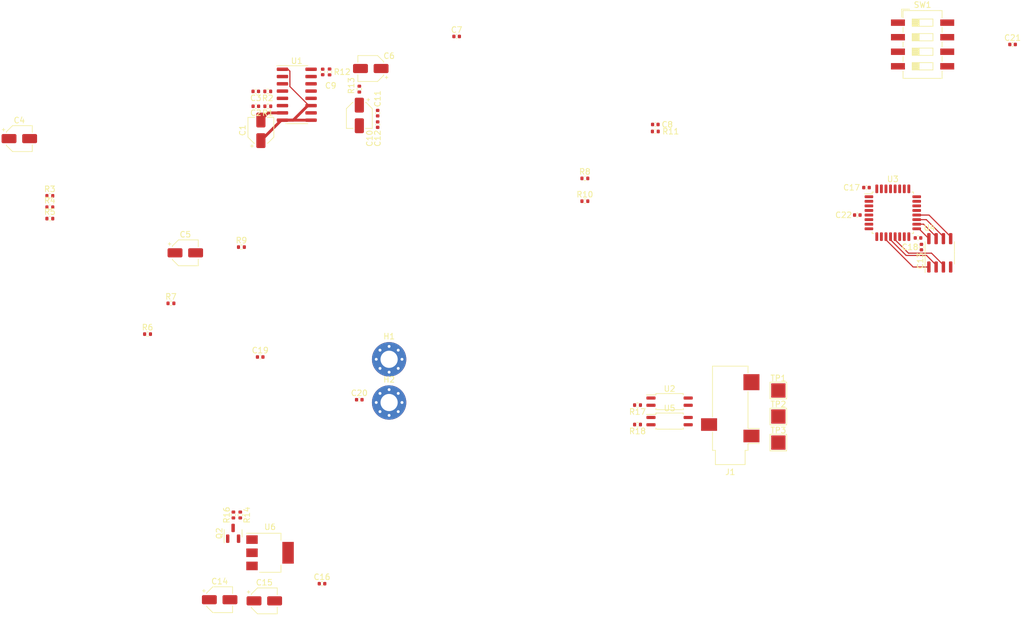
<source format=kicad_pcb>
(kicad_pcb (version 20221018) (generator pcbnew)
  (layers (0 "F.Cu" signal) (31 "B.Cu" signal) (34 "B.Paste" user) (35 "F.Paste" user) (36 "B.SilkS" user "B.Silkscreen") (37 "F.SilkS" user "F.Silkscreen") (38 "B.Mask" user) (39 "F.Mask" user) (44 "Edge.Cuts" user))
  (net 0 "")
  (net 1 "+3V3")
  (net 2 "GND")
  (net 3 "Net-(U1-RC2)")
  (net 4 "Net-(U1-RC1)")
  (net 5 "Net-(C4-Pad1)")
  (net 6 "SENSOR_OUT")
  (net 7 "Net-(C6-Pad1)")
  (net 8 "Net-(U1-1OUT)")
  (net 9 "Net-(U1-2IN-)")
  (net 10 "Net-(C7-Pad2)")
  (net 11 "Net-(C8-Pad2)")
  (net 12 "Net-(U1-1IN-)")
  (net 13 "Net-(C10-Pad1)")
  (net 14 "Net-(C11-Pad1)")
  (net 15 "Net-(U1-RR2)")
  (net 16 "Net-(U1-RR1)")
  (net 17 "Net-(U1-IB)")
  (net 18 "Net-(U1-V0)")
  (net 19 "Net-(U6-VI)")
  (net 20 "Net-(PIR1-D)")
  (net 21 "Net-(U1-1IN+)")
  (net 22 "Net-(U1-2OUT)")
  (net 23 "NRST")
  (net 24 "BOOT0")
  (net 25 "BTN1")
  (net 26 "Net-(J1-PadR)")
  (net 27 "Net-(J1-PadS)")
  (net 28 "Net-(J1-PadT)")
  (net 29 "DO_BAT_ENA")
  (net 30 "Net-(Q2-D)")
  (net 31 "PIR_TRIG")
  (net 32 "ANIN_BAT+")
  (net 33 "VBAT")
  (net 34 "Net-(R17-Pad1)")
  (net 35 "Net-(R18-Pad1)")
  (net 36 "/MCU CIRCUITRY/DIP3")
  (net 37 "/MCU CIRCUITRY/DIP2")
  (net 38 "/MCU CIRCUITRY/DIP1")
  (net 39 "/MCU CIRCUITRY/DIP0")
  (net 40 "/MCU CIRCUITRY/DOUT_CAM_S")
  (net 41 "/MCU CIRCUITRY/DOUT_CAM_F")
  (net 42 "RCC_CK_IN")
  (net 43 "LED1")
  (net 44 "LED2")
  (net 45 "I2C1_E0")
  (net 46 "I2C1_E1")
  (net 47 "I2C1_E2")
  (net 49 "I2C1_WP")
  (net 50 "I2C1_SCL")
  (net 51 "I2C1_SDA")
  (net 52 "USB_DM")
  (net 53 "USB_DP")
  (net 54 "SWCLK")
  (net 55 "SWDIO")
  (net 56 "SWO")
  (footprint "Package_SO:SOP-16_3.9x9.9mm_P1.27mm" (layer "F.Cu") (at 103.07 83.98)
    (fp_text reference "U1" (at 0 -5.9) (layer "F.SilkS"))
    (fp_text value "BISS0001")
    (pad "1" smd roundrect (at -2.5 -4.445) (size 2 0.6) (layers "F.Cu" "F.Paste" "F.Mask") (net 1 "+3V3"))
    (pad "2" smd roundrect (at -2.5 -3.175) (size 2 0.6) (layers "F.Cu" "F.Paste" "F.Mask") (net 18 "Net-(U1-V0)"))
    (pad "3" smd roundrect (at -2.5 -1.905) (size 2 0.6) (layers "F.Cu" "F.Paste" "F.Mask") (net 16 "Net-(U1-RR1)"))
    (pad "4" smd roundrect (at -2.5 -0.635) (size 2 0.6) (layers "F.Cu" "F.Paste" "F.Mask") (net 4 "Net-(U1-RC1)"))
    (pad "5" smd roundrect (at -2.5 0.635) (size 2 0.6) (layers "F.Cu" "F.Paste" "F.Mask") (net 3 "Net-(U1-RC2)"))
    (pad "6" smd roundrect (at -2.5 1.905) (size 2 0.6) (layers "F.Cu" "F.Paste" "F.Mask") (net 15 "Net-(U1-RR2)"))
    (pad "7" smd roundrect (at -2.5 3.175) (size 2 0.6) (layers "F.Cu" "F.Paste" "F.Mask") (net 2 "GND"))
    (pad "8" smd roundrect (at -2.5 4.445) (size 2 0.6) (layers "F.Cu" "F.Paste" "F.Mask") (net 1 "+3V3"))
    (pad "9" smd roundrect (at 2.5 4.445) (size 2 0.6) (layers "F.Cu" "F.Paste" "F.Mask") (net 1 "+3V3"))
    (pad "10" smd roundrect (at 2.5 3.175) (size 2 0.6) (layers "F.Cu" "F.Paste" "F.Mask") (net 17 "Net-(U1-IB)"))
    (pad "11" smd roundrect (at 2.5 1.905) (size 2 0.6) (layers "F.Cu" "F.Paste" "F.Mask") (net 1 "+3V3"))
    (pad "12" smd roundrect (at 2.5 0.635) (size 2 0.6) (layers "F.Cu" "F.Paste" "F.Mask") (net 22 "Net-(U1-2OUT)"))
    (pad "13" smd roundrect (at 2.5 -0.635) (size 2 0.6) (layers "F.Cu" "F.Paste" "F.Mask") (net 9 "Net-(U1-2IN-)"))
    (pad "14" smd roundrect (at 2.5 -1.905) (size 2 0.6) (layers "F.Cu" "F.Paste" "F.Mask") (net 21 "Net-(U1-1IN+)"))
    (pad "15" smd roundrect (at 2.5 -3.175) (size 2 0.6) (layers "F.Cu" "F.Paste" "F.Mask") (net 12 "Net-(U1-1IN-)"))
    (pad "16" smd roundrect (at 2.5 -4.445) (size 2 0.6) (layers "F.Cu" "F.Paste" "F.Mask") (net 8 "Net-(U1-1OUT)"))
  )
  (footprint "Capacitor_SMD:CP_Elec_4x5.4" (layer "F.Cu") (at 116 79.4 180)
    (fp_text reference "C6" (at -3.2 2.2) (layer "F.SilkS"))
    (fp_text value "22u")
    (pad "1" smd roundrect (at -1.8 0 180) (size 2.6 1.6) (layers "F.Cu" "F.Paste" "F.Mask") (roundrect_rratio 0.15625) (net 7 "Net-(C6-Pad1)"))
    (pad "2" smd roundrect (at 1.8 0 180) (size 2.6 1.6) (layers "F.Cu" "F.Paste" "F.Mask") (roundrect_rratio 0.15625) (net 8 "Net-(U1-1OUT)"))
  )
  (footprint "Capacitor_SMD:CP_Elec_4x5.4" (layer "F.Cu") (at 96.8 90.2 90)
    (fp_text reference "C1" (at 0 -3.2 90) (layer "F.SilkS"))
    (fp_text value "22u")
    (pad "1" smd roundrect (at -1.8 0 90) (size 2.6 1.6) (layers "F.Cu" "F.Paste" "F.Mask") (roundrect_rratio 0.15625) (net 1 "+3V3"))
    (pad "2" smd roundrect (at 1.8 0 90) (size 2.6 1.6) (layers "F.Cu" "F.Paste" "F.Mask") (roundrect_rratio 0.15625) (net 2 "GND"))
  )
  (footprint "Resistor_SMD:R_0402_1005Metric" (layer "F.Cu") (at 162.6 141.6 180)
    (fp_text reference "R18" (at 0 -1.17) (layer "F.SilkS"))
    (fp_text value "1K")
    (pad "1" smd roundrect (at -0.51 0 180) (size 0.54 0.64) (layers "F.Cu" "F.Paste" "F.Mask") (net 35 "Net-(R18-Pad1)"))
    (pad "2" smd roundrect (at 0.51 0 180) (size 0.54 0.64) (layers "F.Cu" "F.Paste" "F.Mask") (net 2 "GND"))
  )
  (footprint "Package_TO_SOT_SMD:SOT-23" (layer "F.Cu") (at 91.95 160.6 90)
    (fp_text reference "Q2" (at 0 -2.4 90) (layer "F.SilkS"))
    (fp_text value "2N7002")
    (pad "1" smd roundrect (at -0.9375 -0.95 90) (size 1.475 0.6) (layers "F.Cu" "F.Paste" "F.Mask") (net 29 "DO_BAT_ENA"))
    (pad "2" smd roundrect (at -0.9375 0.95 90) (size 1.475 0.6) (layers "F.Cu" "F.Paste" "F.Mask") (net 2 "GND"))
    (pad "3" smd roundrect (at 0.9375 0 90) (size 1.475 0.6) (layers "F.Cu" "F.Paste" "F.Mask") (net 30 "Net-(Q2-D)"))
  )
  (footprint "Capacitor_SMD:C_0402_1005Metric" (layer "F.Cu") (at 131 73.8)
    (fp_text reference "C7" (at 0 -1.16) (layer "F.SilkS"))
    (fp_text value "10n")
    (pad "1" smd roundrect (at -0.48 0) (size 0.56 0.62) (layers "F.Cu" "F.Paste" "F.Mask") (net 9 "Net-(U1-2IN-)"))
    (pad "2" smd roundrect (at 0.48 0) (size 0.56 0.62) (layers "F.Cu" "F.Paste" "F.Mask") (net 10 "Net-(C7-Pad2)"))
  )
  (footprint "Capacitor_SMD:C_0402_1005Metric" (layer "F.Cu") (at 228.12 75.2)
    (fp_text reference "C21" (at 0 -1.16) (layer "F.SilkS"))
    (fp_text value "100n")
    (pad "1" smd roundrect (at -0.48 0) (size 0.56 0.62) (layers "F.Cu" "F.Paste" "F.Mask") (net 25 "BTN1"))
    (pad "2" smd roundrect (at 0.48 0) (size 0.56 0.62) (layers "F.Cu" "F.Paste" "F.Mask") (net 2 "GND"))
  )
  (footprint "Package_SO:SOIC-4_4.55x2.6mm_P1.27mm" (layer "F.Cu") (at 168.2 137.6)
    (fp_text reference "U2" (at 0 -2.25) (layer "F.SilkS"))
    (fp_text value "PS2501-1")
    (pad "1" smd roundrect (at -3.25 -0.635) (size 1.6 0.55) (layers "F.Cu" "F.Paste" "F.Mask") (net 40 "/MCU CIRCUITRY/DOUT_CAM_S"))
    (pad "2" smd roundrect (at -3.25 0.635) (size 1.6 0.55) (layers "F.Cu" "F.Paste" "F.Mask") (net 34 "Net-(R17-Pad1)"))
    (pad "3" smd roundrect (at 3.25 0.635) (size 1.6 0.55) (layers "F.Cu" "F.Paste" "F.Mask") (net 27 "Net-(J1-PadS)"))
    (pad "4" smd roundrect (at 3.25 -0.635) (size 1.6 0.55) (layers "F.Cu" "F.Paste" "F.Mask") (net 28 "Net-(J1-PadT)"))
  )
  (footprint "MountingHole:MountingHole_3mm_Pad_Via" (layer "F.Cu") (at 119.2025 137.75)
    (fp_text reference "H2" (at 0 -4) (layer "F.SilkS"))
    (fp_text value "MountingHole_Pad")
    (pad "1" thru_hole circle (at -2.25 0) (size 0.8 0.8) (drill 0.5) (layers "*.Cu" "*.Mask") (net 2 "GND"))
    (pad "1" thru_hole circle (at -1.59099 -1.59099) (size 0.8 0.8) (drill 0.5) (layers "*.Cu" "*.Mask") (net 2 "GND"))
    (pad "1" thru_hole circle (at -1.59099 1.59099) (size 0.8 0.8) (drill 0.5) (layers "*.Cu" "*.Mask") (net 2 "GND"))
    (pad "1" thru_hole circle (at 0 -2.25) (size 0.8 0.8) (drill 0.5) (layers "*.Cu" "*.Mask") (net 2 "GND"))
    (pad "1" thru_hole circle (at 0 0) (size 6 6) (drill 3) (layers "*.Cu" "*.Mask") (net 2 "GND"))
    (pad "1" thru_hole circle (at 0 2.25) (size 0.8 0.8) (drill 0.5) (layers "*.Cu" "*.Mask") (net 2 "GND"))
    (pad "1" thru_hole circle (at 1.59099 -1.59099) (size 0.8 0.8) (drill 0.5) (layers "*.Cu" "*.Mask") (net 2 "GND"))
    (pad "1" thru_hole circle (at 1.59099 1.59099) (size 0.8 0.8) (drill 0.5) (layers "*.Cu" "*.Mask") (net 2 "GND"))
    (pad "1" thru_hole circle (at 2.25 0) (size 0.8 0.8) (drill 0.5) (layers "*.Cu" "*.Mask") (net 2 "GND"))
  )
  (footprint "Resistor_SMD:R_0402_1005Metric" (layer "F.Cu") (at 93.4 110.6)
    (fp_text reference "R9" (at 0 -1.17) (layer "F.SilkS"))
    (fp_text value "470K")
    (pad "1" smd roundrect (at -0.51 0) (size 0.54 0.64) (layers "F.Cu" "F.Paste" "F.Mask") (net 9 "Net-(U1-2IN-)"))
    (pad "2" smd roundrect (at 0.51 0) (size 0.54 0.64) (layers "F.Cu" "F.Paste" "F.Mask") (net 22 "Net-(U1-2OUT)"))
  )
  (footprint "Capacitor_SMD:C_0402_1005Metric" (layer "F.Cu") (at 96.68 129.8)
    (fp_text reference "C19" (at 0 -1.16) (layer "F.SilkS"))
    (fp_text value "100n")
    (pad "1" smd roundrect (at -0.48 0) (size 0.56 0.62) (layers "F.Cu" "F.Paste" "F.Mask") (net 23 "NRST"))
    (pad "2" smd roundrect (at 0.48 0) (size 0.56 0.62) (layers "F.Cu" "F.Paste" "F.Mask") (net 2 "GND"))
  )
  (footprint "Capacitor_SMD:CP_Elec_4x3.9" (layer "F.Cu") (at 97.4 172.4)
    (fp_text reference "C15" (at 0 -3.2) (layer "F.SilkS"))
    (fp_text value "CP10u")
    (pad "1" smd roundrect (at -1.8 0) (size 2.6 1.6) (layers "F.Cu" "F.Paste" "F.Mask") (roundrect_rratio 0.15625) (net 1 "+3V3"))
    (pad "2" smd roundrect (at 1.8 0) (size 2.6 1.6) (layers "F.Cu" "F.Paste" "F.Mask") (roundrect_rratio 0.15625) (net 2 "GND"))
  )
  (footprint "Connector_Audio:Jack_3.5mm_CUI_SJ-3523-SMT_Horizontal" (layer "F.Cu") (at 178.8 140 180)
    (fp_text reference "J1" (at 0 -9.9) (layer "F.SilkS"))
    (fp_text value "AudioJack")
    (pad "" np_thru_hole circle (at 0 -2.5 180) (size 1.7 1.7) (drill 1.7) (layers "*.Cu" "*.Mask"))
    (pad "" np_thru_hole circle (at 0 4.5 180) (size 1.7 1.7) (drill 1.7) (layers "*.Cu" "*.Mask"))
    (pad "R" smd rect (at 3.7 -1.6 180) (size 2.8 2.2) (layers "F.Cu" "F.Paste" "F.Mask") (net 26 "Net-(J1-PadR)"))
    (pad "S" smd rect (at -3.7 -3.6 180) (size 2.8 2.2) (layers "F.Cu" "F.Paste" "F.Mask") (net 27 "Net-(J1-PadS)"))
    (pad "T" smd rect (at -3.7 5.8 180) (size 2.8 2.8) (layers "F.Cu" "F.Paste" "F.Mask") (net 28 "Net-(J1-PadT)"))
  )
  (footprint "Capacitor_SMD:C_0402_1005Metric" (layer "F.Cu") (at 113.9925 137.26)
    (fp_text reference "C20" (at 0 -1.16) (layer "F.SilkS"))
    (fp_text value "100n")
    (pad "1" smd roundrect (at -0.48 0) (size 0.56 0.62) (layers "F.Cu" "F.Paste" "F.Mask") (net 24 "BOOT0"))
    (pad "2" smd roundrect (at 0.48 0) (size 0.56 0.62) (layers "F.Cu" "F.Paste" "F.Mask") (net 2 "GND"))
  )
  (footprint "Resistor_SMD:R_0402_1005Metric" (layer "F.Cu") (at 81.09 120.43)
    (fp_text reference "R7" (at 0 -1.17) (layer "F.SilkS"))
    (fp_text value "47K")
    (pad "1" smd roundrect (at -0.51 0) (size 0.54 0.64) (layers "F.Cu" "F.Paste" "F.Mask") (net 6 "SENSOR_OUT"))
    (pad "2" smd roundrect (at 0.51 0) (size 0.54 0.64) (layers "F.Cu" "F.Paste" "F.Mask") (net 2 "GND"))
  )
  (footprint "Button_Switch_SMD:SW_DIP_SPSTx04_Slide_6.7x11.72mm_W8.61mm_P2.54mm_LowProfile" (layer "F.Cu") (at 212.4 75.2)
    (fp_text reference "SW1" (at 0 -6.92) (layer "F.SilkS"))
    (fp_text value "SW_DIP_x04")
    (pad "1" smd rect (at -4.305 -3.81) (size 2.44 1.12) (layers "F.Cu" "F.Paste" "F.Mask") (net 36 "/MCU CIRCUITRY/DIP3"))
    (pad "2" smd rect (at -4.305 -1.27) (size 2.44 1.12) (layers "F.Cu" "F.Paste" "F.Mask") (net 37 "/MCU CIRCUITRY/DIP2"))
    (pad "3" smd rect (at -4.305 1.27) (size 2.44 1.12) (layers "F.Cu" "F.Paste" "F.Mask") (net 38 "/MCU CIRCUITRY/DIP1"))
    (pad "4" smd rect (at -4.305 3.81) (size 2.44 1.12) (layers "F.Cu" "F.Paste" "F.Mask") (net 39 "/MCU CIRCUITRY/DIP0"))
    (pad "5" smd rect (at 4.305 3.81) (size 2.44 1.12) (layers "F.Cu" "F.Paste" "F.Mask") (net 2 "GND"))
    (pad "6" smd rect (at 4.305 1.27) (size 2.44 1.12) (layers "F.Cu" "F.Paste" "F.Mask") (net 2 "GND"))
    (pad "7" smd rect (at 4.305 -1.27) (size 2.44 1.12) (layers "F.Cu" "F.Paste" "F.Mask") (net 2 "GND"))
    (pad "8" smd rect (at 4.305 -3.81) (size 2.44 1.12) (layers "F.Cu" "F.Paste" "F.Mask") (net 2 "GND"))
  )
  (footprint "Resistor_SMD:R_0402_1005Metric" (layer "F.Cu") (at 77 125.8)
    (fp_text reference "R6" (at 0 -1.17) (layer "F.SilkS"))
    (fp_text value "18K")
    (pad "1" smd roundrect (at -0.51 0) (size 0.54 0.64) (layers "F.Cu" "F.Paste" "F.Mask") (net 5 "Net-(C4-Pad1)"))
    (pad "2" smd roundrect (at 0.51 0) (size 0.54 0.64) (layers "F.Cu" "F.Paste" "F.Mask") (net 20 "Net-(PIR1-D)"))
  )
  (footprint "Capacitor_SMD:CP_Elec_4x5.4" (layer "F.Cu") (at 54.6 91.65)
    (fp_text reference "C4" (at 0 -3.2) (layer "F.SilkS"))
    (fp_text value "47u")
    (pad "1" smd roundrect (at -1.8 0) (size 2.6 1.6) (layers "F.Cu" "F.Paste" "F.Mask") (roundrect_rratio 0.15625) (net 5 "Net-(C4-Pad1)"))
    (pad "2" smd roundrect (at 1.8 0) (size 2.6 1.6) (layers "F.Cu" "F.Paste" "F.Mask") (roundrect_rratio 0.15625) (net 2 "GND"))
  )
  (footprint "Resistor_SMD:R_0402_1005Metric" (layer "F.Cu") (at 153.4 98.6)
    (fp_text reference "R8" (at 0 -1.17) (layer "F.SilkS"))
    (fp_text value "18K")
    (pad "1" smd roundrect (at -0.51 0) (size 0.54 0.64) (layers "F.Cu" "F.Paste" "F.Mask") (net 6 "SENSOR_OUT"))
    (pad "2" smd roundrect (at 0.51 0) (size 0.54 0.64) (layers "F.Cu" "F.Paste" "F.Mask") (net 21 "Net-(U1-1IN+)"))
  )
  (footprint "Capacitor_SMD:C_0402_1005Metric" (layer "F.Cu") (at 212.2 110.6 90)
    (fp_text reference "C13" (at -2.4 -0.2 90) (layer "F.SilkS"))
    (fp_text value "10n")
    (pad "1" smd roundrect (at -0.48 0 90) (size 0.56 0.62) (layers "F.Cu" "F.Paste" "F.Mask") (net 2 "GND"))
    (pad "2" smd roundrect (at 0.48 0 90) (size 0.56 0.62) (layers "F.Cu" "F.Paste" "F.Mask") (net 1 "+3V3"))
  )
  (footprint "Resistor_SMD:R_0402_1005Metric" (layer "F.Cu") (at 153.4 102.58)
    (fp_text reference "R10" (at 0 -1.17) (layer "F.SilkS"))
    (fp_text value "6.8K")
    (pad "1" smd roundrect (at -0.51 0) (size 0.54 0.64) (layers "F.Cu" "F.Paste" "F.Mask") (net 11 "Net-(C8-Pad2)"))
    (pad "2" smd roundrect (at 0.51 0) (size 0.54 0.64) (layers "F.Cu" "F.Paste" "F.Mask") (net 9 "Net-(U1-2IN-)"))
  )
  (footprint "Package_QFP:LQFP-32_7x7mm_P0.8mm" (layer "F.Cu") (at 207.2 104.6)
    (fp_text reference "U3" (at 0 -5.88) (layer "F.SilkS"))
    (fp_text value "STM32L412KBT6")
    (pad "1" smd roundrect (at -4.175 -2.8) (size 1.5 0.5) (layers "F.Cu" "F.Paste" "F.Mask") (net 1 "+3V3"))
    (pad "2" smd roundrect (at -4.175 -2) (size 1.5 0.5) (layers "F.Cu" "F.Paste" "F.Mask") (net 40 "/MCU CIRCUITRY/DOUT_CAM_S"))
    (pad "3" smd roundrect (at -4.175 -1.2) (size 1.5 0.5) (layers "F.Cu" "F.Paste" "F.Mask") (net 41 "/MCU CIRCUITRY/DOUT_CAM_F"))
    (pad "4" smd roundrect (at -4.175 -0.4) (size 1.5 0.5) (layers "F.Cu" "F.Paste" "F.Mask") (net 23 "NRST"))
    (pad "5" smd roundrect (at -4.175 0.4) (size 1.5 0.5) (layers "F.Cu" "F.Paste" "F.Mask") (net 1 "+3V3"))
    (pad "6" smd roundrect (at -4.175 1.2) (size 1.5 0.5) (layers "F.Cu" "F.Paste" "F.Mask") (net 42 "RCC_CK_IN"))
    (pad "7" smd roundrect (at -4.175 2) (size 1.5 0.5) (layers "F.Cu" "F.Paste" "F.Mask") (net 32 "ANIN_BAT+"))
    (pad "8" smd roundrect (at -4.175 2.8) (size 1.5 0.5) (layers "F.Cu" "F.Paste" "F.Mask") (net 29 "DO_BAT_ENA"))
    (pad "9" smd roundrect (at -2.8 4.175) (size 0.5 1.5) (layers "F.Cu" "F.Paste" "F.Mask") (net 43 "LED1"))
    (pad "10" smd roundrect (at -2 4.175) (size 0.5 1.5) (layers "F.Cu" "F.Paste" "F.Mask") (net 44 "LED2"))
    (pad "11" smd roundrect (at -1.2 4.175) (size 0.5 1.5) (layers "F.Cu" "F.Paste" "F.Mask") (net 45 "I2C1_E0"))
    (pad "12" smd roundrect (at -0.4 4.175) (size 0.5 1.5) (layers "F.Cu" "F.Paste" "F.Mask") (net 46 "I2C1_E1"))
    (pad "13" smd roundrect (at 0.4 4.175) (size 0.5 1.5) (layers "F.Cu" "F.Paste" "F.Mask") (net 47 "I2C1_E2"))
    (pad "14" smd roundrect (at 1.2 4.175) (size 0.5 1.5) (layers "F.Cu" "F.Paste" "F.Mask") (net 31 "PIR_TRIG"))
    (pad "15" smd roundrect (at 2 4.175) (size 0.5 1.5) (layers "F.Cu" "F.Paste" "F.Mask"))
    (pad "16" smd roundrect (at 2.8 4.175) (size 0.5 1.5) (layers "F.Cu" "F.Paste" "F.Mask") (net 2 "GND"))
    (pad "17" smd roundrect (at 4.175 2.8) (size 1.5 0.5) (layers "F.Cu" "F.Paste" "F.Mask") (net 1 "+3V3"))
    (pad "18" smd roundrect (at 4.175 2) (size 1.5 0.5) (layers "F.Cu" "F.Paste" "F.Mask") (net 49 "I2C1_WP"))
    (pad "19" smd roundrect (at 4.175 1.2) (size 1.5 0.5) (layers "F.Cu" "F.Paste" "F.Mask") (net 50 "I2C1_SCL"))
    (pad "20" smd roundrect (at 4.175 0.4) (size 1.5 0.5) (layers "F.Cu" "F.Paste" "F.Mask") (net 51 "I2C1_SDA"))
    (pad "21" smd roundrect (at 4.175 -0.4) (size 1.5 0.5) (layers "F.Cu" "F.Paste" "F.Mask") (net 52 "USB_DM"))
    (pad "22" smd roundrect (at 4.175 -1.2) (size 1.5 0.5) (layers "F.Cu" "F.Paste" "F.Mask") (net 53 "USB_DP"))
    (pad "23" smd roundrect (at 4.175 -2) (size 1.5 0.5) (layers "F.Cu" "F.Paste" "F.Mask") (net 54 "SWCLK"))
    (pad "24" smd roundrect (at 4.175 -2.8) (size 1.5 0.5) (layers "F.Cu" "F.Paste" "F.Mask") (net 55 "SWDIO"))
    (pad "25" smd roundrect (at 2.8 -4.175) (size 0.5 1.5) (layers "F.Cu" "F.Paste" "F.Mask") (net 25 "BTN1"))
    (pad "26" smd roundrect (at 2 -4.175) (size 0.5 1.5) (layers "F.Cu" "F.Paste" "F.Mask") (net 56 "SWO"))
    (pad "27" smd roundrect (at 1.2 -4.175) (size 0.5 1.5) (layers "F.Cu" "F.Paste" "F.Mask") (net 39 "/MCU CIRCUITRY/DIP0"))
    (pad "28" smd roundrect (at 0.4 -4.175) (size 0.5 1.5) (layers "F.Cu" "F.Paste" "F.Mask") (net 38 "/MCU CIRCUITRY/DIP1"))
    (pad "29" smd roundrect (at -0.4 -4.175) (size 0.5 1.5) (layers "F.Cu" "F.Paste" "F.Mask") (net 37 "/MCU CIRCUITRY/DIP2"))
    (pad "30" smd roundrect (at -1.2 -4.175) (size 0.5 1.5) (layers "F.Cu" "F.Paste" "F.Mask") (net 36 "/MCU CIRCUITRY/DIP3"))
    (pad "31" smd roundrect (at -2 -4.175) (size 0.5 1.5) (layers "F.Cu" "F.Paste" "F.Mask") (net 24 "BOOT0"))
    (pad "32" smd roundrect (at -2.8 -4.175) (size 0.5 1.5) (layers "F.Cu" "F.Paste" "F.Mask") (net 2 "GND"))
  )
  (footprint "Resistor_SMD:R_0402_1005Metric" (layer "F.Cu") (at 92 157.4 90)
    (fp_text reference "R16" (at 0 -1.17 90) (layer "F.SilkS"))
    (fp_text value "47K")
    (pad "1" smd roundrect (at -0.51 0 90) (size 0.54 0.64) (layers "F.Cu" "F.Paste" "F.Mask") (net 30 "Net-(Q2-D)"))
    (pad "2" smd roundrect (at 0.51 0 90) (size 0.54 0.64) (layers "F.Cu" "F.Paste" "F.Mask") (net 32 "ANIN_BAT+"))
  )
  (footprint "Resistor_SMD:R_0402_1005Metric" (layer "F.Cu") (at 108.8 80 -90)
    (fp_text reference "R12" (at 0 -2.2 -180) (layer "F.SilkS"))
    (fp_text value "2K")
    (pad "1" smd roundrect (at -0.51 0 270) (size 0.54 0.64) (layers "F.Cu" "F.Paste" "F.Mask") (net 8 "Net-(U1-1OUT)"))
    (pad "2" smd roundrect (at 0.51 0 270) (size 0.54 0.64) (layers "F.Cu" "F.Paste" "F.Mask") (net 12 "Net-(U1-1IN-)"))
  )
  (footprint "Capacitor_SMD:C_0402_1005Metric" (layer "F.Cu") (at 202.6 100.2)
    (fp_text reference "C17" (at -2.6 0) (layer "F.SilkS"))
    (fp_text value "100n")
    (pad "1" smd roundrect (at -0.48 0) (size 0.56 0.62) (layers "F.Cu" "F.Paste" "F.Mask") (net 1 "+3V3"))
    (pad "2" smd roundrect (at 0.48 0) (size 0.56 0.62) (layers "F.Cu" "F.Paste" "F.Mask") (net 2 "GND"))
  )
  (footprint "Capacitor_SMD:C_0402_1005Metric" (layer "F.Cu") (at 165.71 89.18)
    (fp_text reference "C8" (at 2.09 0.02) (layer "F.SilkS"))
    (fp_text value "100n")
    (pad "1" smd roundrect (at -0.48 0) (size 0.56 0.62) (layers "F.Cu" "F.Paste" "F.Mask") (net 7 "Net-(C6-Pad1)"))
    (pad "2" smd roundrect (at 0.48 0) (size 0.56 0.62) (layers "F.Cu" "F.Paste" "F.Mask") (net 11 "Net-(C8-Pad2)"))
  )
  (footprint "Resistor_SMD:R_0402_1005Metric" (layer "F.Cu") (at 59.93 103.63)
    (fp_text reference "R4" (at 0 -1.17) (layer "F.SilkS"))
    (fp_text value "1K")
    (pad "1" smd roundrect (at -0.51 0) (size 0.54 0.64) (layers "F.Cu" "F.Paste" "F.Mask") (net 18 "Net-(U1-V0)"))
    (pad "2" smd roundrect (at 0.51 0) (size 0.54 0.64) (layers "F.Cu" "F.Paste" "F.Mask") (net 31 "PIR_TRIG"))
  )
  (footprint "Package_TO_SOT_SMD:SOT-223-3_TabPin2" (layer "F.Cu") (at 98.4 164)
    (fp_text reference "U6" (at 0 -4.5) (layer "F.SilkS"))
    (fp_text value "AMS1117-3.3")
    (pad "1" smd rect (at -3.15 -2.3) (size 2 1.5) (layers "F.Cu" "F.Paste" "F.Mask") (net 2 "GND"))
    (pad "2" smd rect (at -3.15 0) (size 2 1.5) (layers "F.Cu" "F.Paste" "F.Mask") (net 1 "+3V3"))
    (pad "2" smd rect (at 3.15 0) (size 2 3.8) (layers "F.Cu" "F.Paste" "F.Mask") (net 1 "+3V3"))
    (pad "3" smd rect (at -3.15 2.3) (size 2 1.5) (layers "F.Cu" "F.Paste" "F.Mask") (net 19 "Net-(U6-VI)"))
  )
  (footprint "TestPoint:TestPoint_Pad_2.5x2.5mm" (layer "F.Cu") (at 187.2 144.75)
    (fp_text reference "TP3" (at 0 -2.148) (layer "F.SilkS"))
    (fp_text value "S")
    (pad "1" smd rect (at 0 0) (size 2.5 2.5) (layers "F.Cu" "F.Mask") (net 27 "Net-(J1-PadS)"))
  )
  (footprint "Capacitor_SMD:CP_Elec_4x5.4" (layer "F.Cu") (at 114 87.6 -90)
    (fp_text reference "C10" (at 4 -1.8 90) (layer "F.SilkS"))
    (fp_text value "47u")
    (pad "1" smd roundrect (at -1.8 0 270) (size 2.6 1.6) (layers "F.Cu" "F.Paste" "F.Mask") (roundrect_rratio 0.15625) (net 13 "Net-(C10-Pad1)"))
    (pad "2" smd roundrect (at 1.8 0 270) (size 2.6 1.6) (layers "F.Cu" "F.Paste" "F.Mask") (roundrect_rratio 0.15625) (net 2 "GND"))
  )
  (footprint "Resistor_SMD:R_0402_1005Metric" (layer "F.Cu") (at 98 83.4 180)
    (fp_text reference "R2" (at 0 -1.17) (layer "F.SilkS"))
    (fp_text value "5K")
    (pad "1" smd roundrect (at -0.51 0 180) (size 0.54 0.64) (layers "F.Cu" "F.Paste" "F.Mask") (net 16 "Net-(U1-RR1)"))
    (pad "2" smd roundrect (at 0.51 0 180) (size 0.54 0.64) (layers "F.Cu" "F.Paste" "F.Mask") (net 4 "Net-(U1-RC1)"))
  )
  (footprint "TestPoint:TestPoint_Pad_2.5x2.5mm" (layer "F.Cu") (at 187.2 140.2)
    (fp_text reference "TP2" (at 0 -2.148) (layer "F.SilkS"))
    (fp_text value "R")
    (pad "1" smd rect (at 0 0) (size 2.5 2.5) (layers "F.Cu" "F.Mask") (net 26 "Net-(J1-PadR)"))
  )
  (footprint "Resistor_SMD:R_0402_1005Metric" (layer "F.Cu") (at 59.93 101.64)
    (fp_text reference "R3" (at 0 -1.17) (layer "F.SilkS"))
    (fp_text value "1M")
    (pad "1" smd roundrect (at -0.51 0) (size 0.54 0.64) (layers "F.Cu" "F.Paste" "F.Mask") (net 17 "Net-(U1-IB)"))
    (pad "2" smd roundrect (at 0.51 0) (size 0.54 0.64) (layers "F.Cu" "F.Paste" "F.Mask") (net 2 "GND"))
  )
  (footprint "Resistor_SMD:R_0402_1005Metric" (layer "F.Cu") (at 114 83 90)
    (fp_text reference "R13" (at 0.6 -1.4 90) (layer "F.SilkS"))
    (fp_text value "18K")
    (pad "1" smd roundrect (at -0.51 0 90) (size 0.54 0.64) (layers "F.Cu" "F.Paste" "F.Mask") (net 13 "Net-(C10-Pad1)"))
    (pad "2" smd roundrect (at 0.51 0 90) (size 0.54 0.64) (layers "F.Cu" "F.Paste" "F.Mask") (net 12 "Net-(U1-1IN-)"))
  )
  (footprint "Capacitor_SMD:C_0402_1005Metric" (layer "F.Cu") (at 107.6 80 -90)
    (fp_text reference "C9" (at 2.4 -1.4 -180) (layer "F.SilkS"))
    (fp_text value "100n")
    (pad "1" smd roundrect (at -0.48 0 270) (size 0.56 0.62) (layers "F.Cu" "F.Paste" "F.Mask") (net 8 "Net-(U1-1OUT)"))
    (pad "2" smd roundrect (at 0.48 0 270) (size 0.56 0.62) (layers "F.Cu" "F.Paste" "F.Mask") (net 12 "Net-(U1-1IN-)"))
  )
  (footprint "Package_SO:SOIC-8_3.9x4.9mm_P1.27mm" (layer "F.Cu") (at 215.4 111.6 90)
    (fp_text reference "U4" (at 4.4 -1.8 180) (layer "F.SilkS"))
    (fp_text value "M24C64-RMN6TP")
    (pad "1" smd roundrect (at -2.475 -1.905 90) (size 1.95 0.6) (layers "F.Cu" "F.Paste" "F.Mask") (net 45 "I2C1_E0"))
    (pad "2" smd roundrect (at -2.475 -0.635 90) (size 1.95 0.6) (layers "F.Cu" "F.Paste" "F.Mask") (net 46 "I2C1_E1"))
    (pad "3" smd roundrect (at -2.475 0.635 90) (size 1.95 0.6) (layers "F.Cu" "F.Paste" "F.Mask") (net 47 "I2C1_E2"))
    (pad "4" smd roundrect (at -2.475 1.905 90) (size 1.95 0.6) (layers "F.Cu" "F.Paste" "F.Mask") (net 2 "GND"))
    (pad "5" smd roundrect (at 2.475 1.905 90) (size 1.95 0.6) (layers "F.Cu" "F.Paste" "F.Mask") (net 51 "I2C1_SDA"))
    (pad "6" smd roundrect (at 2.475 0.635 90) (size 1.95 0.6) (layers "F.Cu" "F.Paste" "F.Mask") (net 50 "I2C1_SCL"))
    (pad "7" smd roundrect (at 2.475 -0.635 90) (size 1.95 0.6) (layers "F.Cu" "F.Paste" "F.Mask") (net 49 "I2C1_WP"))
    (pad "8" smd roundrect (at 2.475 -1.905 90) (size 1.95 0.6) (layers "F.Cu" "F.Paste" "F.Mask") (net 1 "+3V3"))
  )
  (footprint "Resistor_SMD:R_0402_1005Metric" (layer "F.Cu") (at 162.6 138.2 180)
    (fp_text reference "R17" (at 0 -1.17) (layer "F.SilkS"))
    (fp_text value "1K")
    (pad "1" smd roundrect (at -0.51 0 180) (size 0.54 0.64) (layers "F.Cu" "F.Paste" "F.Mask") (net 34 "Net-(R17-Pad1)"))
    (pad "2" smd roundrect (at 0.51 0 180) (size 0.54 0.64) (layers "F.Cu" "F.Paste" "F.Mask") (net 2 "GND"))
  )
  (footprint "Capacitor_SMD:C_0402_1005Metric" (layer "F.Cu") (at 117.2 87.2 90)
    (fp_text reference "C11" (at 2.52 0 90) (layer "F.SilkS"))
    (fp_text value "5n")
    (pad "1" smd roundrect (at -0.48 0 90) (size 0.56 0.62) (layers "F.Cu" "F.Paste" "F.Mask") (net 14 "Net-(C11-Pad1)"))
    (pad "2" smd roundrect (at 0.48 0 90) (size 0.56 0.62) (layers "F.Cu" "F.Paste" "F.Mask") (net 12 "Net-(U1-1IN-)"))
  )
  (footprint "Capacitor_SMD:C_0402_1005Metric" (layer "F.Cu") (at 211.6 109 180)
    (fp_text reference "C18" (at 1.4 -1.6) (layer "F.SilkS"))
    (fp_text value "100n")
    (pad "1" smd roundrect (at -0.48 0 180) (size 0.56 0.62) (layers "F.Cu" "F.Paste" "F.Mask") (net 1 "+3V3"))
    (pad "2" smd roundrect (at 0.48 0 180) (size 0.56 0.62) (layers "F.Cu" "F.Paste" "F.Mask") (net 2 "GND"))
  )
  (footprint "TestPoint:TestPoint_Pad_2.5x2.5mm" (layer "F.Cu") (at 187.2 135.65)
    (fp_text reference "TP1" (at 0 -2.148) (layer "F.SilkS"))
    (fp_text value "T")
    (pad "1" smd rect (at 0 0) (size 2.5 2.5) (layers "F.Cu" "F.Mask") (net 28 "Net-(J1-PadT)"))
  )
  (footprint "Capacitor_SMD:CP_Elec_4x5.4" (layer "F.Cu") (at 83.6 111.6)
    (fp_text reference "C5" (at 0 -3.2) (layer "F.SilkS"))
    (fp_text value "10n")
    (pad "1" smd roundrect (at -1.8 0) (size 2.6 1.6) (layers "F.Cu" "F.Paste" "F.Mask") (roundrect_rratio 0.15625) (net 6 "SENSOR_OUT"))
    (pad "2" smd roundrect (at 1.8 0) (size 2.6 1.6) (layers "F.Cu" "F.Paste" "F.Mask") (roundrect_rratio 0.15625) (net 2 "GND"))
  )
  (footprint "Capacitor_SMD:C_0402_1005Metric" (layer "F.Cu") (at 95.92 86 180)
    (fp_text reference "C2" (at 0 -1.16) (layer "F.SilkS"))
    (fp_text value "100n")
    (pad "1" smd roundrect (at -0.48 0 180) (size 0.56 0.62) (layers "F.Cu" "F.Paste" "F.Mask") (net 3 "Net-(U1-RC2)"))
    (pad "2" smd roundrect (at 0.48 0 180) (size 0.56 0.62) (layers "F.Cu" "F.Paste" "F.Mask") (net 2 "GND"))
  )
  (footprint "Capacitor_SMD:C_0402_1005Metric" (layer "F.Cu") (at 117.2 89.2 90)
    (fp_text reference "C12" (at -2.4 0 90) (layer "F.SilkS"))
    (fp_text value "100n")
    (pad "1" smd roundrect (at -0.48 0 90) (size 0.56 0.62) (layers "F.Cu" "F.Paste" "F.Mask") (net 2 "GND"))
    (pad "2" smd roundrect (at 0.48 0 90) (size 0.56 0.62) (layers "F.Cu" "F.Paste" "F.Mask") (net 14 "Net-(C11-Pad1)"))
  )
  (footprint "MountingHole:MountingHole_3mm_Pad_Via" (layer "F.Cu") (at 119.2025 130.2)
    (fp_text reference "H1" (at 0 -4) (layer "F.SilkS"))
    (fp_text value "MountingHole_Pad")
    (pad "1" thru_hole circle (at -2.25 0) (size 0.8 0.8) (drill 0.5) (layers "*.Cu" "*.Mask") (net 2 "GND"))
    (pad "1" thru_hole circle (at -1.59099 -1.59099) (size 0.8 0.8) (drill 0.5) (layers "*.Cu" "*.Mask") (net 2 "GND"))
    (pad "1" thru_hole circle (at -1.59099 1.59099) (size 0.8 0.8) (drill 0.5) (layers "*.Cu" "*.Mask") (net 2 "GND"))
    (pad "1" thru_hole circle (at 0 -2.25) (size 0.8 0.8) (drill 0.5) (layers "*.Cu" "*.Mask") (net 2 "GND"))
    (pad "1" thru_hole circle (at 0 0) (size 6 6) (drill 3) (layers "*.Cu" "*.Mask") (net 2 "GND"))
    (pad "1" thru_hole circle (at 0 2.25) (size 0.8 0.8) (drill 0.5) (layers "*.Cu" "*.Mask") (net 2 "GND"))
    (pad "1" thru_hole circle (at 1.59099 -1.59099) (size 0.8 0.8) (drill 0.5) (layers "*.Cu" "*.Mask") (net 2 "GND"))
    (pad "1" thru_hole circle (at 1.59099 1.59099) (size 0.8 0.8) (drill 0.5) (layers "*.Cu" "*.Mask") (net 2 "GND"))
    (pad "1" thru_hole circle (at 2.25 0) (size 0.8 0.8) (drill 0.5) (layers "*.Cu" "*.Mask") (net 2 "GND"))
  )
  (footprint "Capacitor_SMD:CP_Elec_4x3.9" (layer "F.Cu") (at 89.6 172.2)
    (fp_text reference "C14" (at 0 -3.2) (layer "F.SilkS"))
    (fp_text value "CP10u")
    (pad "1" smd roundrect (at -1.8 0) (size 2.6 1.6) (layers "F.Cu" "F.Paste" "F.Mask") (roundrect_rratio 0.15625) (net 19 "Net-(U6-VI)"))
    (pad "2" smd roundrect (at 1.8 0) (size 2.6 1.6) (layers "F.Cu" "F.Paste" "F.Mask") (roundrect_rratio 0.15625) (net 2 "GND"))
  )
  (footprint "Capacitor_SMD:C_0402_1005Metric" (layer "F.Cu") (at 95.91 83.4 180)
    (fp_text reference "C3" (at 0 -1.16) (layer "F.SilkS"))
    (fp_text value "10n")
    (pad "1" smd roundrect (at -0.48 0 180) (size 0.56 0.62) (layers "F.Cu" "F.Paste" "F.Mask") (net 4 "Net-(U1-RC1)"))
    (pad "2" smd roundrect (at 0.48 0 180) (size 0.56 0.62) (layers "F.Cu" "F.Paste" "F.Mask") (net 2 "GND"))
  )
  (footprint "Resistor_SMD:R_0402_1005Metric" (layer "F.Cu") (at 98.01 86 180)
    (fp_text reference "R1" (at 0 -1.17) (layer "F.SilkS"))
    (fp_text value "1M")
    (pad "1" smd roundrect (at -0.51 0 180) (size 0.54 0.64) (layers "F.Cu" "F.Paste" "F.Mask") (net 15 "Net-(U1-RR2)"))
    (pad "2" smd roundrect (at 0.51 0 180) (size 0.54 0.64) (layers "F.Cu" "F.Paste" "F.Mask") (net 3 "Net-(U1-RC2)"))
  )
  (footprint "Capacitor_SMD:C_0402_1005Metric" (layer "F.Cu") (at 107.48 169.4)
    (fp_text reference "C16" (at 0 -1.16) (layer "F.SilkS"))
    (fp_text value "0.1uF")
    (pad "1" smd roundrect (at -0.48 0) (size 0.56 0.62) (layers "F.Cu" "F.Paste" "F.Mask") (net 1 "+3V3"))
    (pad "2" smd roundrect (at 0.48 0) (size 0.56 0.62) (layers "F.Cu" "F.Paste" "F.Mask") (net 2 "GND"))
  )
  (footprint "Package_SO:SOIC-4_4.55x2.6mm_P1.27mm" (layer "F.Cu") (at 168.2 141)
    (fp_text reference "U5" (at 0 -2.25) (layer "F.SilkS"))
    (fp_text value "PS2501-1")
    (pad "1" smd roundrect (at -3.25 -0.635) (size 1.6 0.55) (layers "F.Cu" "F.Paste" "F.Mask") (net 41 "/MCU CIRCUITRY/DOUT_CAM_F"))
    (pad "2" smd roundrect (at -3.25 0.635) (size 1.6 0.55) (layers "F.Cu" "F.Paste" "F.Mask") (net 35 "Net-(R18-Pad1)"))
    (pad "3" smd roundrect (at 3.25 0.635) (size 1.6 0.55) (layers "F.Cu" "F.Paste" "F.Mask") (net 27 "Net-(J1-PadS)"))
    (pad "4" smd roundrect (at 3.25 -0.635) (size 1.6 0.55) (layers "F.Cu" "F.Paste" "F.Mask") (net 26 "Net-(J1-PadR)"))
  )
  (footprint "Resistor_SMD:R_0402_1005Metric" (layer "F.Cu") (at 59.93 105.62)
    (fp_text reference "R5" (at 0 -1.17) (layer "F.SilkS"))
    (fp_text value "10K")
    (pad "1" smd roundrect (at -0.51 0) (size 0.54 0.64) (layers "F.Cu" "F.Paste" "F.Mask") (net 1 "+3V3"))
    (pad "2" smd roundrect (at 0.51 0) (size 0.54 0.64) (layers "F.Cu" "F.Paste" "F.Mask") (net 5 "Net-(C4-Pad1)"))
  )
  (footprint "Resistor_SMD:R_0402_1005Metric" (layer "F.Cu") (at 93.2 157.4 -90)
    (fp_text reference "R14" (at 0 -1.17 90) (layer "F.SilkS"))
    (fp_text value "47K")
    (pad "1" smd roundrect (at -0.51 0 270) (size 0.54 0.64) (layers "F.Cu" "F.Paste" "F.Mask") (net 32 "ANIN_BAT+"))
    (pad "2" smd roundrect (at 0.51 0 270) (size 0.54 0.64) (layers "F.Cu" "F.Paste" "F.Mask") (net 33 "VBAT"))
  )
  (footprint "Resistor_SMD:R_0402_1005Metric" (layer "F.Cu") (at 165.71 90.4)
    (fp_text reference "R11" (at 2.69 0) (layer "F.SilkS"))
    (fp_text value "2K")
    (pad "1" smd roundrect (at -0.51 0) (size 0.54 0.64) (layers "F.Cu" "F.Paste" "F.Mask") (net 7 "Net-(C6-Pad1)"))
    (pad "2" smd roundrect (at 0.51 0) (size 0.54 0.64) (layers "F.Cu" "F.Paste" "F.Mask") (net 11 "Net-(C8-Pad2)"))
  )
  (footprint "Capacitor_SMD:C_0402_1005Metric" (layer "F.Cu") (at 201 105 180)
    (fp_text reference "C22" (at 2.4 0) (layer "F.SilkS"))
    (fp_text value "100n")
    (pad "1" smd roundrect (at -0.48 0 180) (size 0.56 0.62) (layers "F.Cu" "F.Paste" "F.Mask") (net 1 "+3V3"))
    (pad "2" smd roundrect (at 0.48 0 180) (size 0.56 0.62) (layers "F.Cu" "F.Paste" "F.Mask") (net 2 "GND"))
  )
  (segment (start 211.375 107.4) (end 211.77 107.4) (width 0.2) (layer "F.Cu") (net 1))
  (segment (start 101.535 79.535) (end 100.57 79.535) (width 0.2) (layer "F.Cu") (net 1))
  (segment (start 105.203604 85.885) (end 101.87 82.551396) (width 0.2) (layer "F.Cu") (net 1))
  (segment (start 100.57 88.425) (end 102.451472 88.425) (width 0.5) (layer "F.Cu") (net 1))
  (segment (start 211.77 107.4) (end 213.495 109.125) (width 0.2) (layer "F.Cu") (net 1))
  (segment (start 102.451472 88.425) (end 104.991472 85.885) (width 0.5) (layer "F.Cu") (net 1))
  (segment (start 101.87 79.87) (end 101.535 79.535) (width 0.2) (layer "F.Cu") (net 1))
  (segment (start 105.57 85.885) (end 105.203604 85.885) (width 0.2) (layer "F.Cu") (net 1))
  (segment (start 96.8 92) (end 100.375 88.425) (width 0.5) (layer "F.Cu") (net 1))
  (segment (start 101.87 82.551396) (end 101.87 79.87) (width 0.2) (layer "F.Cu") (net 1))
  (segment (start 105.57 88.425) (end 100.57 88.425) (width 0.5) (layer "F.Cu") (net 1))
  (segment (start 104.991472 85.885) (end 105.57 85.885) (width 0.5) (layer "F.Cu") (net 1))
  (segment (start 100.375 88.425) (end 100.57 88.425) (width 0.5) (layer "F.Cu") (net 1))
  (segment (start 98.045 87.155) (end 100.57 87.155) (width 0.5) (layer "F.Cu") (net 2))
  (segment (start 96.8 88.4) (end 98.045 87.155) (width 0.5) (layer "F.Cu") (net 2))
  (segment (start 206 109.326041) (end 206 108.775) (width 0.2) (layer "F.Cu") (net 45))
  (segment (start 210.748959 114.075) (end 206 109.326041) (width 0.2) (layer "F.Cu") (net 45))
  (segment (start 213.495 114.075) (end 210.748959 114.075) (width 0.2) (layer "F.Cu") (net 45))
  (segment (start 214.765 113.733604) (end 213.091396 112.06) (width 0.2) (layer "F.Cu") (net 46))
  (segment (start 209.533959 112.06) (end 206.8 109.326041) (width 0.2) (layer "F.Cu") (net 46))
  (segment (start 213.091396 112.06) (end 209.533959 112.06) (width 0.2) (layer "F.Cu") (net 46))
  (segment (start 206.8 109.326041) (end 206.8 108.775) (width 0.2) (layer "F.Cu") (net 46))
  (segment (start 214.765 114.075) (end 214.765 113.733604) (width 0.2) (layer "F.Cu") (net 46))
  (segment (start 209.933959 111.66) (end 207.6 109.326041) (width 0.2) (layer "F.Cu") (net 47))
  (segment (start 213.961396 111.66) (end 209.933959 111.66) (width 0.2) (layer "F.Cu") (net 47))
  (segment (start 216.035 114.075) (end 216.035 113.733604) (width 0.2) (layer "F.Cu") (net 47))
  (segment (start 207.6 109.326041) (end 207.6 108.775) (width 0.2) (layer "F.Cu") (net 47))
  (segment (start 216.035 113.733604) (end 213.961396 111.66) (width 0.2) (layer "F.Cu") (net 47))
  (segment (start 214.765 108.783604) (end 214.765 109.125) (width 0.2) (layer "F.Cu") (net 49))
  (segment (start 212.581396 106.6) (end 214.765 108.783604) (width 0.2) (layer "F.Cu") (net 49))
  (segment (start 211.375 106.6) (end 212.581396 106.6) (width 0.2) (layer "F.Cu") (net 49))
  (segment (start 211.375 105.8) (end 213.051396 105.8) (width 0.2) (layer "F.Cu") (net 50))
  (segment (start 213.051396 105.8) (end 216.035 108.783604) (width 0.2) (layer "F.Cu") (net 50))
  (segment (start 216.035 108.783604) (end 216.035 109.125) (width 0.2) (layer "F.Cu") (net 50))
  (segment (start 211.375 105) (end 213.521396 105) (width 0.2) (layer "F.Cu") (net 51))
  (segment (start 213.521396 105) (end 217.305 108.783604) (width 0.2) (layer "F.Cu") (net 51))
  (segment (start 217.305 108.783604) (end 217.305 109.125) (width 0.2) (layer "F.Cu") (net 51))
)
</source>
